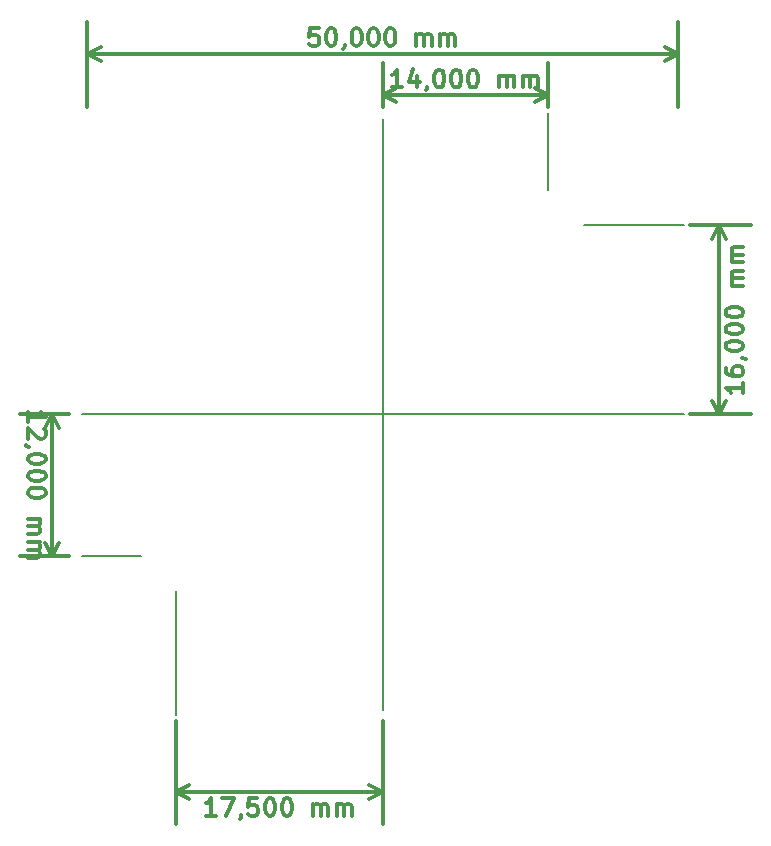
<source format=gbr>
G04 #@! TF.FileFunction,Drawing*
%FSLAX46Y46*%
G04 Gerber Fmt 4.6, Leading zero omitted, Abs format (unit mm)*
G04 Created by KiCad (PCBNEW 4.1.0-alpha+201608281546+7098~46~ubuntu14.04.1-product) date Mon Sep  5 14:38:06 2016*
%MOMM*%
%LPD*%
G01*
G04 APERTURE LIST*
%ADD10C,0.100000*%
%ADD11C,0.300000*%
%ADD12C,0.150000*%
G04 APERTURE END LIST*
D10*
D11*
X94571428Y-67328571D02*
X93857142Y-67328571D01*
X93785714Y-68042857D01*
X93857142Y-67971428D01*
X94000000Y-67900000D01*
X94357142Y-67900000D01*
X94500000Y-67971428D01*
X94571428Y-68042857D01*
X94642857Y-68185714D01*
X94642857Y-68542857D01*
X94571428Y-68685714D01*
X94500000Y-68757142D01*
X94357142Y-68828571D01*
X94000000Y-68828571D01*
X93857142Y-68757142D01*
X93785714Y-68685714D01*
X95571428Y-67328571D02*
X95714285Y-67328571D01*
X95857142Y-67400000D01*
X95928571Y-67471428D01*
X96000000Y-67614285D01*
X96071428Y-67900000D01*
X96071428Y-68257142D01*
X96000000Y-68542857D01*
X95928571Y-68685714D01*
X95857142Y-68757142D01*
X95714285Y-68828571D01*
X95571428Y-68828571D01*
X95428571Y-68757142D01*
X95357142Y-68685714D01*
X95285714Y-68542857D01*
X95214285Y-68257142D01*
X95214285Y-67900000D01*
X95285714Y-67614285D01*
X95357142Y-67471428D01*
X95428571Y-67400000D01*
X95571428Y-67328571D01*
X96785714Y-68757142D02*
X96785714Y-68828571D01*
X96714285Y-68971428D01*
X96642857Y-69042857D01*
X97714285Y-67328571D02*
X97857142Y-67328571D01*
X98000000Y-67400000D01*
X98071428Y-67471428D01*
X98142857Y-67614285D01*
X98214285Y-67900000D01*
X98214285Y-68257142D01*
X98142857Y-68542857D01*
X98071428Y-68685714D01*
X98000000Y-68757142D01*
X97857142Y-68828571D01*
X97714285Y-68828571D01*
X97571428Y-68757142D01*
X97500000Y-68685714D01*
X97428571Y-68542857D01*
X97357142Y-68257142D01*
X97357142Y-67900000D01*
X97428571Y-67614285D01*
X97500000Y-67471428D01*
X97571428Y-67400000D01*
X97714285Y-67328571D01*
X99142857Y-67328571D02*
X99285714Y-67328571D01*
X99428571Y-67400000D01*
X99500000Y-67471428D01*
X99571428Y-67614285D01*
X99642857Y-67900000D01*
X99642857Y-68257142D01*
X99571428Y-68542857D01*
X99500000Y-68685714D01*
X99428571Y-68757142D01*
X99285714Y-68828571D01*
X99142857Y-68828571D01*
X99000000Y-68757142D01*
X98928571Y-68685714D01*
X98857142Y-68542857D01*
X98785714Y-68257142D01*
X98785714Y-67900000D01*
X98857142Y-67614285D01*
X98928571Y-67471428D01*
X99000000Y-67400000D01*
X99142857Y-67328571D01*
X100571428Y-67328571D02*
X100714285Y-67328571D01*
X100857142Y-67400000D01*
X100928571Y-67471428D01*
X101000000Y-67614285D01*
X101071428Y-67900000D01*
X101071428Y-68257142D01*
X101000000Y-68542857D01*
X100928571Y-68685714D01*
X100857142Y-68757142D01*
X100714285Y-68828571D01*
X100571428Y-68828571D01*
X100428571Y-68757142D01*
X100357142Y-68685714D01*
X100285714Y-68542857D01*
X100214285Y-68257142D01*
X100214285Y-67900000D01*
X100285714Y-67614285D01*
X100357142Y-67471428D01*
X100428571Y-67400000D01*
X100571428Y-67328571D01*
X102857142Y-68828571D02*
X102857142Y-67828571D01*
X102857142Y-67971428D02*
X102928571Y-67900000D01*
X103071428Y-67828571D01*
X103285714Y-67828571D01*
X103428571Y-67900000D01*
X103500000Y-68042857D01*
X103500000Y-68828571D01*
X103500000Y-68042857D02*
X103571428Y-67900000D01*
X103714285Y-67828571D01*
X103928571Y-67828571D01*
X104071428Y-67900000D01*
X104142857Y-68042857D01*
X104142857Y-68828571D01*
X104857142Y-68828571D02*
X104857142Y-67828571D01*
X104857142Y-67971428D02*
X104928571Y-67900000D01*
X105071428Y-67828571D01*
X105285714Y-67828571D01*
X105428571Y-67900000D01*
X105500000Y-68042857D01*
X105500000Y-68828571D01*
X105500000Y-68042857D02*
X105571428Y-67900000D01*
X105714285Y-67828571D01*
X105928571Y-67828571D01*
X106071428Y-67900000D01*
X106142857Y-68042857D01*
X106142857Y-68828571D01*
X75000000Y-69500000D02*
X125000000Y-69500000D01*
X75000000Y-74000000D02*
X75000000Y-66800000D01*
X125000000Y-74000000D02*
X125000000Y-66800000D01*
X125000000Y-69500000D02*
X123873496Y-70086421D01*
X125000000Y-69500000D02*
X123873496Y-68913579D01*
X75000000Y-69500000D02*
X76126504Y-70086421D01*
X75000000Y-69500000D02*
X76126504Y-68913579D01*
X130528571Y-97357142D02*
X130528571Y-98214285D01*
X130528571Y-97785714D02*
X129028571Y-97785714D01*
X129242857Y-97928571D01*
X129385714Y-98071428D01*
X129457142Y-98214285D01*
X129028571Y-96071428D02*
X129028571Y-96357142D01*
X129100000Y-96500000D01*
X129171428Y-96571428D01*
X129385714Y-96714285D01*
X129671428Y-96785714D01*
X130242857Y-96785714D01*
X130385714Y-96714285D01*
X130457142Y-96642857D01*
X130528571Y-96500000D01*
X130528571Y-96214285D01*
X130457142Y-96071428D01*
X130385714Y-96000000D01*
X130242857Y-95928571D01*
X129885714Y-95928571D01*
X129742857Y-96000000D01*
X129671428Y-96071428D01*
X129600000Y-96214285D01*
X129600000Y-96500000D01*
X129671428Y-96642857D01*
X129742857Y-96714285D01*
X129885714Y-96785714D01*
X130457142Y-95214285D02*
X130528571Y-95214285D01*
X130671428Y-95285714D01*
X130742857Y-95357142D01*
X129028571Y-94285714D02*
X129028571Y-94142857D01*
X129100000Y-94000000D01*
X129171428Y-93928571D01*
X129314285Y-93857142D01*
X129600000Y-93785714D01*
X129957142Y-93785714D01*
X130242857Y-93857142D01*
X130385714Y-93928571D01*
X130457142Y-94000000D01*
X130528571Y-94142857D01*
X130528571Y-94285714D01*
X130457142Y-94428571D01*
X130385714Y-94500000D01*
X130242857Y-94571428D01*
X129957142Y-94642857D01*
X129600000Y-94642857D01*
X129314285Y-94571428D01*
X129171428Y-94500000D01*
X129100000Y-94428571D01*
X129028571Y-94285714D01*
X129028571Y-92857142D02*
X129028571Y-92714285D01*
X129100000Y-92571428D01*
X129171428Y-92500000D01*
X129314285Y-92428571D01*
X129600000Y-92357142D01*
X129957142Y-92357142D01*
X130242857Y-92428571D01*
X130385714Y-92500000D01*
X130457142Y-92571428D01*
X130528571Y-92714285D01*
X130528571Y-92857142D01*
X130457142Y-93000000D01*
X130385714Y-93071428D01*
X130242857Y-93142857D01*
X129957142Y-93214285D01*
X129600000Y-93214285D01*
X129314285Y-93142857D01*
X129171428Y-93071428D01*
X129100000Y-93000000D01*
X129028571Y-92857142D01*
X129028571Y-91428571D02*
X129028571Y-91285714D01*
X129100000Y-91142857D01*
X129171428Y-91071428D01*
X129314285Y-91000000D01*
X129600000Y-90928571D01*
X129957142Y-90928571D01*
X130242857Y-91000000D01*
X130385714Y-91071428D01*
X130457142Y-91142857D01*
X130528571Y-91285714D01*
X130528571Y-91428571D01*
X130457142Y-91571428D01*
X130385714Y-91642857D01*
X130242857Y-91714285D01*
X129957142Y-91785714D01*
X129600000Y-91785714D01*
X129314285Y-91714285D01*
X129171428Y-91642857D01*
X129100000Y-91571428D01*
X129028571Y-91428571D01*
X130528571Y-89142857D02*
X129528571Y-89142857D01*
X129671428Y-89142857D02*
X129600000Y-89071428D01*
X129528571Y-88928571D01*
X129528571Y-88714285D01*
X129600000Y-88571428D01*
X129742857Y-88500000D01*
X130528571Y-88500000D01*
X129742857Y-88500000D02*
X129600000Y-88428571D01*
X129528571Y-88285714D01*
X129528571Y-88071428D01*
X129600000Y-87928571D01*
X129742857Y-87857142D01*
X130528571Y-87857142D01*
X130528571Y-87142857D02*
X129528571Y-87142857D01*
X129671428Y-87142857D02*
X129600000Y-87071428D01*
X129528571Y-86928571D01*
X129528571Y-86714285D01*
X129600000Y-86571428D01*
X129742857Y-86500000D01*
X130528571Y-86500000D01*
X129742857Y-86500000D02*
X129600000Y-86428571D01*
X129528571Y-86285714D01*
X129528571Y-86071428D01*
X129600000Y-85928571D01*
X129742857Y-85857142D01*
X130528571Y-85857142D01*
X128500000Y-100000000D02*
X128500000Y-84000000D01*
X126000000Y-100000000D02*
X131200000Y-100000000D01*
X126000000Y-84000000D02*
X131200000Y-84000000D01*
X128500000Y-84000000D02*
X129086421Y-85126504D01*
X128500000Y-84000000D02*
X127913579Y-85126504D01*
X128500000Y-100000000D02*
X129086421Y-98873496D01*
X128500000Y-100000000D02*
X127913579Y-98873496D01*
X101642857Y-72328571D02*
X100785714Y-72328571D01*
X101214285Y-72328571D02*
X101214285Y-70828571D01*
X101071428Y-71042857D01*
X100928571Y-71185714D01*
X100785714Y-71257142D01*
X102928571Y-71328571D02*
X102928571Y-72328571D01*
X102571428Y-70757142D02*
X102214285Y-71828571D01*
X103142857Y-71828571D01*
X103785714Y-72257142D02*
X103785714Y-72328571D01*
X103714285Y-72471428D01*
X103642857Y-72542857D01*
X104714285Y-70828571D02*
X104857142Y-70828571D01*
X105000000Y-70900000D01*
X105071428Y-70971428D01*
X105142857Y-71114285D01*
X105214285Y-71400000D01*
X105214285Y-71757142D01*
X105142857Y-72042857D01*
X105071428Y-72185714D01*
X105000000Y-72257142D01*
X104857142Y-72328571D01*
X104714285Y-72328571D01*
X104571428Y-72257142D01*
X104500000Y-72185714D01*
X104428571Y-72042857D01*
X104357142Y-71757142D01*
X104357142Y-71400000D01*
X104428571Y-71114285D01*
X104500000Y-70971428D01*
X104571428Y-70900000D01*
X104714285Y-70828571D01*
X106142857Y-70828571D02*
X106285714Y-70828571D01*
X106428571Y-70900000D01*
X106500000Y-70971428D01*
X106571428Y-71114285D01*
X106642857Y-71400000D01*
X106642857Y-71757142D01*
X106571428Y-72042857D01*
X106500000Y-72185714D01*
X106428571Y-72257142D01*
X106285714Y-72328571D01*
X106142857Y-72328571D01*
X106000000Y-72257142D01*
X105928571Y-72185714D01*
X105857142Y-72042857D01*
X105785714Y-71757142D01*
X105785714Y-71400000D01*
X105857142Y-71114285D01*
X105928571Y-70971428D01*
X106000000Y-70900000D01*
X106142857Y-70828571D01*
X107571428Y-70828571D02*
X107714285Y-70828571D01*
X107857142Y-70900000D01*
X107928571Y-70971428D01*
X108000000Y-71114285D01*
X108071428Y-71400000D01*
X108071428Y-71757142D01*
X108000000Y-72042857D01*
X107928571Y-72185714D01*
X107857142Y-72257142D01*
X107714285Y-72328571D01*
X107571428Y-72328571D01*
X107428571Y-72257142D01*
X107357142Y-72185714D01*
X107285714Y-72042857D01*
X107214285Y-71757142D01*
X107214285Y-71400000D01*
X107285714Y-71114285D01*
X107357142Y-70971428D01*
X107428571Y-70900000D01*
X107571428Y-70828571D01*
X109857142Y-72328571D02*
X109857142Y-71328571D01*
X109857142Y-71471428D02*
X109928571Y-71400000D01*
X110071428Y-71328571D01*
X110285714Y-71328571D01*
X110428571Y-71400000D01*
X110500000Y-71542857D01*
X110500000Y-72328571D01*
X110500000Y-71542857D02*
X110571428Y-71400000D01*
X110714285Y-71328571D01*
X110928571Y-71328571D01*
X111071428Y-71400000D01*
X111142857Y-71542857D01*
X111142857Y-72328571D01*
X111857142Y-72328571D02*
X111857142Y-71328571D01*
X111857142Y-71471428D02*
X111928571Y-71400000D01*
X112071428Y-71328571D01*
X112285714Y-71328571D01*
X112428571Y-71400000D01*
X112500000Y-71542857D01*
X112500000Y-72328571D01*
X112500000Y-71542857D02*
X112571428Y-71400000D01*
X112714285Y-71328571D01*
X112928571Y-71328571D01*
X113071428Y-71400000D01*
X113142857Y-71542857D01*
X113142857Y-72328571D01*
X100000000Y-73000000D02*
X114000000Y-73000000D01*
X100000000Y-74000000D02*
X100000000Y-70300000D01*
X114000000Y-74000000D02*
X114000000Y-70300000D01*
X114000000Y-73000000D02*
X112873496Y-73586421D01*
X114000000Y-73000000D02*
X112873496Y-72413579D01*
X100000000Y-73000000D02*
X101126504Y-73586421D01*
X100000000Y-73000000D02*
X101126504Y-72413579D01*
D12*
X114000000Y-81000000D02*
X114000000Y-74500000D01*
X117000000Y-84000000D02*
X125500000Y-84000000D01*
D11*
X85892857Y-134028571D02*
X85035714Y-134028571D01*
X85464285Y-134028571D02*
X85464285Y-132528571D01*
X85321428Y-132742857D01*
X85178571Y-132885714D01*
X85035714Y-132957142D01*
X86392857Y-132528571D02*
X87392857Y-132528571D01*
X86750000Y-134028571D01*
X88035714Y-133957142D02*
X88035714Y-134028571D01*
X87964285Y-134171428D01*
X87892857Y-134242857D01*
X89392857Y-132528571D02*
X88678571Y-132528571D01*
X88607142Y-133242857D01*
X88678571Y-133171428D01*
X88821428Y-133100000D01*
X89178571Y-133100000D01*
X89321428Y-133171428D01*
X89392857Y-133242857D01*
X89464285Y-133385714D01*
X89464285Y-133742857D01*
X89392857Y-133885714D01*
X89321428Y-133957142D01*
X89178571Y-134028571D01*
X88821428Y-134028571D01*
X88678571Y-133957142D01*
X88607142Y-133885714D01*
X90392857Y-132528571D02*
X90535714Y-132528571D01*
X90678571Y-132600000D01*
X90750000Y-132671428D01*
X90821428Y-132814285D01*
X90892857Y-133100000D01*
X90892857Y-133457142D01*
X90821428Y-133742857D01*
X90750000Y-133885714D01*
X90678571Y-133957142D01*
X90535714Y-134028571D01*
X90392857Y-134028571D01*
X90250000Y-133957142D01*
X90178571Y-133885714D01*
X90107142Y-133742857D01*
X90035714Y-133457142D01*
X90035714Y-133100000D01*
X90107142Y-132814285D01*
X90178571Y-132671428D01*
X90250000Y-132600000D01*
X90392857Y-132528571D01*
X91821428Y-132528571D02*
X91964285Y-132528571D01*
X92107142Y-132600000D01*
X92178571Y-132671428D01*
X92250000Y-132814285D01*
X92321428Y-133100000D01*
X92321428Y-133457142D01*
X92250000Y-133742857D01*
X92178571Y-133885714D01*
X92107142Y-133957142D01*
X91964285Y-134028571D01*
X91821428Y-134028571D01*
X91678571Y-133957142D01*
X91607142Y-133885714D01*
X91535714Y-133742857D01*
X91464285Y-133457142D01*
X91464285Y-133100000D01*
X91535714Y-132814285D01*
X91607142Y-132671428D01*
X91678571Y-132600000D01*
X91821428Y-132528571D01*
X94107142Y-134028571D02*
X94107142Y-133028571D01*
X94107142Y-133171428D02*
X94178571Y-133100000D01*
X94321428Y-133028571D01*
X94535714Y-133028571D01*
X94678571Y-133100000D01*
X94750000Y-133242857D01*
X94750000Y-134028571D01*
X94750000Y-133242857D02*
X94821428Y-133100000D01*
X94964285Y-133028571D01*
X95178571Y-133028571D01*
X95321428Y-133100000D01*
X95392857Y-133242857D01*
X95392857Y-134028571D01*
X96107142Y-134028571D02*
X96107142Y-133028571D01*
X96107142Y-133171428D02*
X96178571Y-133100000D01*
X96321428Y-133028571D01*
X96535714Y-133028571D01*
X96678571Y-133100000D01*
X96750000Y-133242857D01*
X96750000Y-134028571D01*
X96750000Y-133242857D02*
X96821428Y-133100000D01*
X96964285Y-133028571D01*
X97178571Y-133028571D01*
X97321428Y-133100000D01*
X97392857Y-133242857D01*
X97392857Y-134028571D01*
X82500000Y-132000000D02*
X100000000Y-132000000D01*
X82500000Y-126000000D02*
X82500000Y-134700000D01*
X100000000Y-126000000D02*
X100000000Y-134700000D01*
X100000000Y-132000000D02*
X98873496Y-132586421D01*
X100000000Y-132000000D02*
X98873496Y-131413579D01*
X82500000Y-132000000D02*
X83626504Y-132586421D01*
X82500000Y-132000000D02*
X83626504Y-131413579D01*
D12*
X82500000Y-115000000D02*
X82500000Y-125500000D01*
D11*
X69971428Y-100642857D02*
X69971428Y-99785714D01*
X69971428Y-100214285D02*
X71471428Y-100214285D01*
X71257142Y-100071428D01*
X71114285Y-99928571D01*
X71042857Y-99785714D01*
X71328571Y-101214285D02*
X71400000Y-101285714D01*
X71471428Y-101428571D01*
X71471428Y-101785714D01*
X71400000Y-101928571D01*
X71328571Y-102000000D01*
X71185714Y-102071428D01*
X71042857Y-102071428D01*
X70828571Y-102000000D01*
X69971428Y-101142857D01*
X69971428Y-102071428D01*
X70042857Y-102785714D02*
X69971428Y-102785714D01*
X69828571Y-102714285D01*
X69757142Y-102642857D01*
X71471428Y-103714285D02*
X71471428Y-103857142D01*
X71400000Y-104000000D01*
X71328571Y-104071428D01*
X71185714Y-104142857D01*
X70900000Y-104214285D01*
X70542857Y-104214285D01*
X70257142Y-104142857D01*
X70114285Y-104071428D01*
X70042857Y-104000000D01*
X69971428Y-103857142D01*
X69971428Y-103714285D01*
X70042857Y-103571428D01*
X70114285Y-103500000D01*
X70257142Y-103428571D01*
X70542857Y-103357142D01*
X70900000Y-103357142D01*
X71185714Y-103428571D01*
X71328571Y-103500000D01*
X71400000Y-103571428D01*
X71471428Y-103714285D01*
X71471428Y-105142857D02*
X71471428Y-105285714D01*
X71400000Y-105428571D01*
X71328571Y-105500000D01*
X71185714Y-105571428D01*
X70900000Y-105642857D01*
X70542857Y-105642857D01*
X70257142Y-105571428D01*
X70114285Y-105500000D01*
X70042857Y-105428571D01*
X69971428Y-105285714D01*
X69971428Y-105142857D01*
X70042857Y-105000000D01*
X70114285Y-104928571D01*
X70257142Y-104857142D01*
X70542857Y-104785714D01*
X70900000Y-104785714D01*
X71185714Y-104857142D01*
X71328571Y-104928571D01*
X71400000Y-105000000D01*
X71471428Y-105142857D01*
X71471428Y-106571428D02*
X71471428Y-106714285D01*
X71400000Y-106857142D01*
X71328571Y-106928571D01*
X71185714Y-107000000D01*
X70900000Y-107071428D01*
X70542857Y-107071428D01*
X70257142Y-107000000D01*
X70114285Y-106928571D01*
X70042857Y-106857142D01*
X69971428Y-106714285D01*
X69971428Y-106571428D01*
X70042857Y-106428571D01*
X70114285Y-106357142D01*
X70257142Y-106285714D01*
X70542857Y-106214285D01*
X70900000Y-106214285D01*
X71185714Y-106285714D01*
X71328571Y-106357142D01*
X71400000Y-106428571D01*
X71471428Y-106571428D01*
X69971428Y-108857142D02*
X70971428Y-108857142D01*
X70828571Y-108857142D02*
X70900000Y-108928571D01*
X70971428Y-109071428D01*
X70971428Y-109285714D01*
X70900000Y-109428571D01*
X70757142Y-109500000D01*
X69971428Y-109500000D01*
X70757142Y-109500000D02*
X70900000Y-109571428D01*
X70971428Y-109714285D01*
X70971428Y-109928571D01*
X70900000Y-110071428D01*
X70757142Y-110142857D01*
X69971428Y-110142857D01*
X69971428Y-110857142D02*
X70971428Y-110857142D01*
X70828571Y-110857142D02*
X70900000Y-110928571D01*
X70971428Y-111071428D01*
X70971428Y-111285714D01*
X70900000Y-111428571D01*
X70757142Y-111500000D01*
X69971428Y-111500000D01*
X70757142Y-111500000D02*
X70900000Y-111571428D01*
X70971428Y-111714285D01*
X70971428Y-111928571D01*
X70900000Y-112071428D01*
X70757142Y-112142857D01*
X69971428Y-112142857D01*
X72000000Y-100000000D02*
X72000000Y-112000000D01*
X73405619Y-100000000D02*
X69300000Y-100000000D01*
X73405619Y-112000000D02*
X69300000Y-112000000D01*
X72000000Y-112000000D02*
X71413579Y-110873496D01*
X72000000Y-112000000D02*
X72586421Y-110873496D01*
X72000000Y-100000000D02*
X71413579Y-101126504D01*
X72000000Y-100000000D02*
X72586421Y-101126504D01*
D12*
X79500000Y-112000000D02*
X74500000Y-112000000D01*
X99000000Y-100000000D02*
X101000000Y-100000000D01*
X100000000Y-99000000D02*
X100000000Y-101000000D01*
X125500000Y-100000000D02*
X74500000Y-100000000D01*
X100000000Y-75000000D02*
X100000000Y-125000000D01*
M02*

</source>
